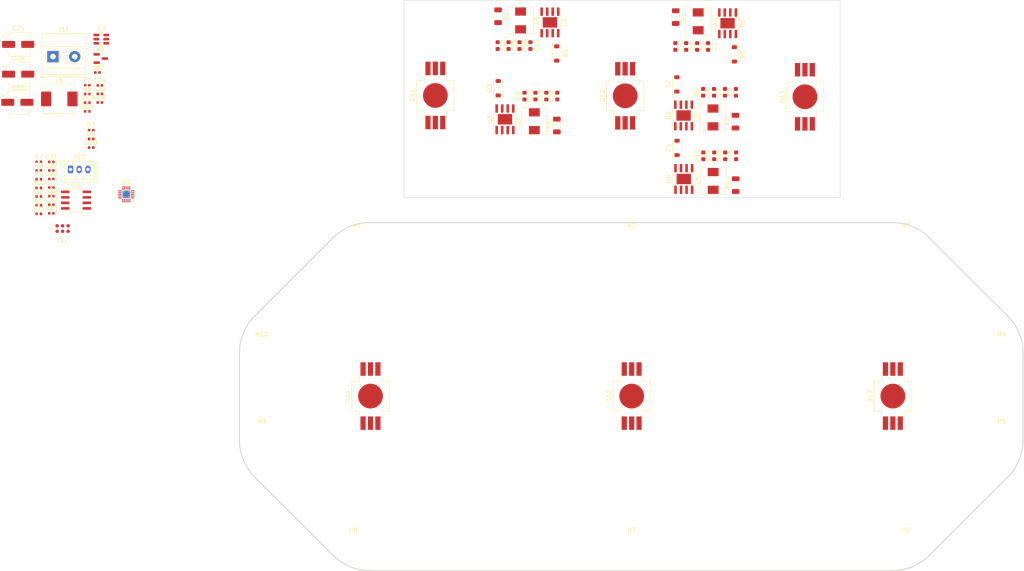
<source format=kicad_pcb>
(kicad_pcb (version 20221018) (generator pcbnew)
  (layers (0 "F.Cu" signal) (31 "B.Cu" signal) (34 "B.Paste" user) (35 "F.Paste" user) (36 "B.SilkS" user "B.Silkscreen") (37 "F.SilkS" user "F.Silkscreen") (38 "B.Mask" user) (39 "F.Mask" user) (44 "Edge.Cuts" user))
  (net 0 "")
  (net 1 "Net-(U1-COMP)")
  (net 2 "GND")
  (net 3 "Net-(U1-VDD)")
  (net 4 "VCC")
  (net 5 "Net-(U2-COMP)")
  (net 6 "Net-(U2-VDD)")
  (net 7 "Net-(U3-COMP)")
  (net 8 "Net-(U3-VDD)")
  (net 9 "Net-(U4-COMP)")
  (net 10 "Net-(U4-VDD)")
  (net 11 "Net-(U5-COMP)")
  (net 12 "Net-(U5-VDD)")
  (net 13 "Net-(IC1-PA1{slash}OSCI)")
  (net 14 "Net-(IC1-PA2{slash}OSCO)")
  (net 15 "+5V")
  (net 16 "Net-(D6-K)")
  (net 17 "Net-(IC2-CB)")
  (net 18 "Net-(IC2-SW)")
  (net 19 "Voltage")
  (net 20 "Temp")
  (net 21 "Net-(D1-A)")
  (net 22 "Net-(D2-A)")
  (net 23 "Net-(D3-A)")
  (net 24 "Net-(D4-A)")
  (net 25 "Net-(D5-A)")
  (net 26 "Net-(D6-A)")
  (net 27 "Net-(D7-A)")
  (net 28 "StateLed1")
  (net 29 "Net-(D9-A)")
  (net 30 "StateLed0")
  (net 31 "Net-(D10-A)")
  (net 32 "Net-(J11-Pin_1)")
  (net 33 "Net-(Q1-D)")
  (net 34 "NRST")
  (net 36 "B")
  (net 37 "U2_DE")
  (net 38 "U2_RE")
  (net 39 "R")
  (net 40 "G")
  (net 41 "SWD")
  (net 42 "W")
  (net 43 "WW")
  (net 44 "U2_DI")
  (net 45 "U2_RO")
  (net 46 "Net-(IC2-FB)")
  (net 49 "RA")
  (net 50 "RB")
  (net 74 "R-")
  (net 75 "G-")
  (net 76 "B-")
  (net 77 "W-")
  (net 78 "A-")
  (net 79 "R+")
  (net 80 "G+")
  (net 81 "B+")
  (net 82 "W+")
  (net 83 "A+")
  (footprint "LED_SMD:LED_0402_1005Metric" (layer "F.Cu") (at 38.835 51.46)
    (fp_text reference "D10" (at 0 -1.17) (layer "F.SilkS"))
    (fp_text value "LED")
    (pad "1" smd roundrect (at -0.485 0) (size 0.59 0.64) (layers "F.Cu" "F.Paste" "F.Mask") (net 30 "StateLed0"))
    (pad "2" smd roundrect (at 0.485 0) (size 0.59 0.64) (layers "F.Cu" "F.Paste" "F.Mask") (net 31 "Net-(D10-A)"))
  )
  (footprint "Capacitor_SMD:C_0402_1005Metric" (layer "F.Cu") (at 40.832 41.0925)
    (fp_text reference "C28" (at 0 -1.16) (layer "F.SilkS"))
    (fp_text value "100n")
    (pad "1" smd roundrect (at -0.48 0) (size 0.56 0.62) (layers "F.Cu" "F.Paste" "F.Mask") (net 15 "+5V"))
    (pad "2" smd roundrect (at 0.48 0) (size 0.56 0.62) (layers "F.Cu" "F.Paste" "F.Mask") (net 2 "GND"))
  )
  (footprint "Capacitor_SMD:C_0603_1608Metric" (layer "F.Cu") (at 184.425 38.75 90)
    (fp_text reference "C7" (at 0 -1.43 90) (layer "F.SilkS"))
    (fp_text value "4u7")
    (pad "1" smd roundrect (at -0.775 0 90) (size 0.9 0.95) (layers "F.Cu" "F.Paste" "F.Mask") (net 4 "VCC"))
    (pad "2" smd roundrect (at 0.775 0 90) (size 0.9 0.95) (layers "F.Cu" "F.Paste" "F.Mask") (net 2 "GND"))
  )
  (footprint "Capacitor_SMD:C_0603_1608Metric" (layer "F.Cu") (at 184.475 53.35 90)
    (fp_text reference "C15" (at 0 -1.43 90) (layer "F.SilkS"))
    (fp_text value "4u7")
    (pad "1" smd roundrect (at -0.775 0 90) (size 0.9 0.95) (layers "F.Cu" "F.Paste" "F.Mask") (net 4 "VCC"))
    (pad "2" smd roundrect (at 0.775 0 90) (size 0.9 0.95) (layers "F.Cu" "F.Paste" "F.Mask") (net 2 "GND"))
  )
  (footprint "Diode_SMD:D_SOD-123" (layer "F.Cu") (at 132.345 37.81 90)
    (fp_text reference "D3" (at 0 -2 90) (layer "F.SilkS"))
    (fp_text value "40V 1A Schottky")
    (pad "1" smd roundrect (at -1.65 0 90) (size 0.9 1.2) (layers "F.Cu" "F.Paste" "F.Mask") (net 4 "VCC"))
    (pad "2" smd roundrect (at 1.65 0 90) (size 0.9 1.2) (layers "F.Cu" "F.Paste" "F.Mask") (net 23 "Net-(D3-A)"))
  )
  (footprint "LED_SMD:LED_RGB_Getian_GT-P6PRGB4303" (layer "F.Cu") (at 163 108.6 90)
    (fp_text reference "D12" (at 0 -5.2 90) (layer "F.SilkS"))
    (fp_text value "LED_RGB")
    (pad "1" smd rect (at -6.22 -1.7 90) (size 3.1 1.2) (layers "F.Cu" "F.Paste" "F.Mask"))
    (pad "2" smd rect (at -6.22 0 90) (size 3.1 1.2) (layers "F.Cu" "F.Paste" "F.Mask"))
    (pad "3" smd rect (at -6.22 1.7 90) (size 3.1 1.2) (layers "F.Cu" "F.Paste" "F.Mask"))
    (pad "4" smd rect (at 6.22 1.7 270) (size 3.1 1.2) (layers "F.Cu" "F.Paste" "F.Mask"))
    (pad "5" smd rect (at 6.22 0 270) (size 3.1 1.2) (layers "F.Cu" "F.Paste" "F.Mask"))
    (pad "6" smd rect (at 6.22 -1.7 270) (size 3.1 1.2) (layers "F.Cu" "F.Paste" "F.Mask"))
    (pad "PAD" smd circle (at 0 0 90) (size 5.7 5.7) (layers "F.Cu" "F.Paste" "F.Mask"))
  )
  (footprint "Diode_SMD:D_SOD-123" (layer "F.Cu") (at 186.575 30.025 -90)
    (fp_text reference "D1" (at 0 -2 90) (layer "F.SilkS"))
    (fp_text value "40V 1A Schottky")
    (pad "1" smd roundrect (at -1.65 0 270) (size 0.9 1.2) (layers "F.Cu" "F.Paste" "F.Mask") (net 4 "VCC"))
    (pad "2" smd roundrect (at 1.65 0 270) (size 0.9 1.2) (layers "F.Cu" "F.Paste" "F.Mask") (net 21 "Net-(D1-A)"))
  )
  (footprint "Capacitor_SMD:C_0603_1608Metric" (layer "F.Cu") (at 173.015 28.21 -90)
    (fp_text reference "C4" (at 0 -1.43 90) (layer "F.SilkS"))
    (fp_text value "1u")
    (pad "1" smd roundrect (at -0.775 0 270) (size 0.9 0.95) (layers "F.Cu" "F.Paste" "F.Mask") (net 74 "R-"))
    (pad "2" smd roundrect (at 0.775 0 270) (size 0.9 0.95) (layers "F.Cu" "F.Paste" "F.Mask") (net 4 "VCC"))
  )
  (footprint "Capacitor_SMD:C_0402_1005Metric" (layer "F.Cu") (at 29.69 54.75)
    (fp_text reference "C21" (at 0 -1.16) (layer "F.SilkS"))
    (fp_text value "C")
    (pad "1" smd roundrect (at -0.48 0) (size 0.56 0.62) (layers "F.Cu" "F.Paste" "F.Mask") (net 13 "Net-(IC1-PA1{slash}OSCI)"))
    (pad "2" smd roundrect (at 0.48 0) (size 0.56 0.62) (layers "F.Cu" "F.Paste" "F.Mask") (net 2 "GND"))
  )
  (footprint "Capacitor_SMD:C_0603_1608Metric" (layer "F.Cu") (at 145.905 39.624999 90)
    (fp_text reference "C12" (at 0 -1.43 90) (layer "F.SilkS"))
    (fp_text value "1u")
    (pad "1" smd roundrect (at -0.775 0 90) (size 0.9 0.95) (layers "F.Cu" "F.Paste" "F.Mask") (net 76 "B-"))
    (pad "2" smd roundrect (at 0.775 0 90) (size 0.9 0.95) (layers "F.Cu" "F.Paste" "F.Mask") (net 4 "VCC"))
  )
  (footprint "MountingHole:MountingHole_3.2mm_M3" (layer "F.Cu") (at 163 143.6)
    (fp_text reference "H7" (at 0 -4.2) (layer "F.SilkS"))
    (fp_text value "MountingHole")
    (pad "" np_thru_hole circle (at 0 0) (size 3.2 3.2) (drill 3.2) (layers "*.Cu" "*.Mask"))
  )
  (footprint "Capacitor_SMD:C_0402_1005Metric" (layer "F.Cu") (at 29.69 62.63)
    (fp_text reference "C30" (at 0 -1.16) (layer "F.SilkS"))
    (fp_text value "100n")
    (pad "1" smd roundrect (at -0.48 0) (size 0.56 0.62) (layers "F.Cu" "F.Paste" "F.Mask") (net 20 "Temp"))
    (pad "2" smd roundrect (at 0.48 0) (size 0.56 0.62) (layers "F.Cu" "F.Paste" "F.Mask") (net 2 "GND"))
  )
  (footprint "Inductor_SMD:L_Chilisin_BMRA00050520" (layer "F.Cu") (at 137.480001 22.23 -90)
    (fp_text reference "L5" (at 0 -3.7 90) (layer "F.SilkS"))
    (fp_text value "10u")
    (pad "1" smd rect (at -2.05 0 270) (size 1.9 2.5) (layers "F.Cu" "F.Paste" "F.Mask") (net 25 "Net-(D5-A)"))
    (pad "2" smd rect (at 2.05 0 270) (size 1.9 2.5) (layers "F.Cu" "F.Paste" "F.Mask") (net 78 "A-"))
  )
  (footprint "LED_SMD:LED_RGB_Getian_GT-P6PRGB4303" (layer "F.Cu") (at 117.9 39.48 90)
    (fp_text reference "D11" (at 0 -5.2 90) (layer "F.SilkS"))
    (fp_text value "LED_RGB")
    (pad "1" smd rect (at -6.22 -1.7 90) (size 3.1 1.2) (layers "F.Cu" "F.Paste" "F.Mask"))
    (pad "2" smd rect (at -6.22 0 90) (size 3.1 1.2) (layers "F.Cu" "F.Paste" "F.Mask"))
    (pad "3" smd rect (at -6.22 1.7 90) (size 3.1 1.2) (layers "F.Cu" "F.Paste" "F.Mask"))
    (pad "4" smd rect (at 6.22 1.7 270) (size 3.1 1.2) (layers "F.Cu" "F.Paste" "F.Mask"))
    (pad "5" smd rect (at 6.22 0 270) (size 3.1 1.2) (layers "F.Cu" "F.Paste" "F.Mask"))
    (pad "6" smd rect (at 6.22 -1.7 270) (size 3.1 1.2) (layers "F.Cu" "F.Paste" "F.Mask"))
    (pad "PAD" smd circle (at 0 0 90) (size 5.7 5.7) (layers "F.Cu" "F.Paste" "F.Mask"))
  )
  (footprint "Resistor_SMD:R_1206_3216Metric" (layer "F.Cu") (at 173.114999 21.46 -90)
    (fp_text reference "R1" (at 0 -1.82 90) (layer "F.SilkS"))
    (fp_text value "0R68")
    (pad "1" smd roundrect (at -1.4625 0 270) (size 1.125 1.75) (layers "F.Cu" "F.Paste" "F.Mask") (roundrect_rratio 0.222222) (net 4 "VCC"))
    (pad "2" smd roundrect (at 1.4625 0 270) (size 1.125 1.75) (layers "F.Cu" "F.Paste" "F.Mask") (roundrect_rratio 0.222222) (net 79 "R+"))
  )
  (footprint "Inductor_SMD:L_Chilisin_BMRA00050520" (layer "F.Cu") (at 178.280001 22.43 -90)
    (fp_text reference "L1" (at 0 -3.7 90) (layer "F.SilkS"))
    (fp_text value "10u")
    (pad "1" smd rect (at -2.05 0 270) (size 1.9 2.5) (layers "F.Cu" "F.Paste" "F.Mask") (net 21 "Net-(D1-A)"))
    (pad "2" smd rect (at 2.05 0 270) (size 1.9 2.5) (layers "F.Cu" "F.Paste" "F.Mask") (net 74 "R-"))
  )
  (footprint "Resistor_SMD:R_0402_1005Metric" (layer "F.Cu") (at 26.8 60.73)
    (fp_text reference "R10" (at 0 -1.17) (layer "F.SilkS"))
    (fp_text value "1k")
    (pad "1" smd roundrect (at -0.51 0) (size 0.54 0.64) (layers "F.Cu" "F.Paste" "F.Mask") (net 15 "+5V"))
    (pad "2" smd roundrect (at 0.51 0) (size 0.54 0.64) (layers "F.Cu" "F.Paste" "F.Mask") (net 29 "Net-(D9-A)"))
  )
  (footprint "Resistor_SMD:R_0402_1005Metric" (layer "F.Cu") (at 26.8 62.72)
    (fp_text reference "R11" (at 0 -1.17) (layer "F.SilkS"))
    (fp_text value "100k")
    (pad "1" smd roundrect (at -0.51 0) (size 0.54 0.64) (layers "F.Cu" "F.Paste" "F.Mask") (net 15 "+5V"))
    (pad "2" smd roundrect (at 0.51 0) (size 0.54 0.64) (layers "F.Cu" "F.Paste" "F.Mask") (net 20 "Temp"))
  )
  (footprint "Inductor_SMD:L_Abracon_ASPI-0630LR" (layer "F.Cu") (at 31.512 40.2725)
    (fp_text reference "L6" (at 0 -4.25) (layer "F.SilkS"))
    (fp_text value "4.7u")
    (pad "1" smd roundrect (at -3.025 0) (size 2.35 3.4) (layers "F.Cu" "F.Paste" "F.Mask") (roundrect_rratio 0.1) (net 18 "Net-(IC2-SW)"))
    (pad "2" smd roundrect (at 3.025 0) (size 2.35 3.4) (layers "F.Cu" "F.Paste" "F.Mask") (roundrect_rratio 0.1) (net 15 "+5V"))
  )
  (footprint "MountingHole:MountingHole_3.2mm_M3" (layer "F.Cu") (at 78 118.6)
    (fp_text reference "H9" (at 0 -4.2) (layer "F.SilkS"))
    (fp_text value "MountingHole")
    (pad "" np_thru_hole circle (at 0 0) (size 3.2 3.2) (drill 3.2) (layers "*.Cu" "*.Mask"))
  )
  (footprint "Diode_SMD:D_0402_1005Metric" (layer "F.Cu") (at 40.277 34.2025)
    (fp_text reference "D6" (at 0 -1.17) (layer "F.SilkS"))
    (fp_text value "15V")
    (pad "1" smd roundrect (at -0.485 0) (size 0.59 0.64) (layers "F.Cu" "F.Paste" "F.Mask") (net 16 "Net-(D6-K)"))
    (pad "2" smd roundrect (at 0.485 0) (size 0.59 0.64) (layers "F.Cu" "F.Paste" "F.Mask") (net 26 "Net-(D6-A)"))
  )
  (footprint "Capacitor_SMD:C_0603_1608Metric" (layer "F.Cu") (at 181.915 38.75 90)
    (fp_text reference "C6" (at 0 -1.43 90) (layer "F.SilkS"))
    (fp_text value "1u")
    (pad "1" smd roundrect (at -0.775 0 90) (size 0.9 0.95) (layers "F.Cu" "F.Paste" "F.Mask") (net 6 "Net-(U2-VDD)"))
    (pad "2" smd roundrect (at 0.775 0 90) (size 0.9 0.95) (layers "F.Cu" "F.Paste" "F.Mask") (net 2 "GND"))
  )
  (footprint "TerminalBlock_Phoenix:TerminalBlock_Phoenix_MKDS-1,5-2_1x02_P5.00mm_Horizontal" (layer "F.Cu") (at 30.062 30.5425)
    (fp_text reference "J11" (at 2.5 -6.26) (layer "F.SilkS"))
    (fp_text value "Conn_01x02_Pin")
    (pad "1" thru_hole rect (at 0 0) (size 2.6 2.6) (drill 1.3) (layers "*.Cu" "*.Mask") (net 32 "Net-(J11-Pin_1)"))
    (pad "2" thru_hole circle (at 5 0) (size 2.6 2.6) (drill 1.3) (layers "*.Cu" "*.Mask") (net 2 "GND"))
  )
  (footprint "Capacitor_SMD:C_0603_1608Metric" (layer "F.Cu") (at 132.215 28.01 -90)
    (fp_text reference "C20" (at 0 -1.43 90) (layer "F.SilkS"))
    (fp_text value "1u")
    (pad "1" smd roundrect (at -0.775 0 270) (size 0.9 0.95) (layers "F.Cu" "F.Paste" "F.Mask") (net 78 "A-"))
    (pad "2" smd roundrect (at 0.775 0 270) (size 0.9 0.95) (layers "F.Cu" "F.Paste" "F.Mask") (net 4 "VCC"))
  )
  (footprint "Capacitor_SMD:C_0603_1608Metric" (layer "F.Cu") (at 143.395 39.625 90)
    (fp_text reference "C11" (at 0 -1.43 90) (layer "F.SilkS"))
    (fp_text value "4u7")
    (pad "1" smd roundrect (at -0.775 0 90) (size 0.9 0.95) (layers "F.Cu" "F.Paste" "F.Mask") (net 4 "VCC"))
    (pad "2" smd roundrect (at 0.775 0 90) (size 0.9 0.95) (layers "F.Cu" "F.Paste" "F.Mask") (net 2 "GND"))
  )
  (footprint "MountingHole:MountingHole_3.2mm_M3" (layer "F.Cu") (at 226 73.6)
    (fp_text reference "H3" (at 0 -4.2) (layer "F.SilkS"))
    (fp_text value "MountingHole")
    (pad "" np_thru_hole circle (at 0 0) (size 3.2 3.2) (drill 3.2) (layers "*.Cu" "*.Mask"))
  )
  (footprint "LED_SMD:LED_RGB_Getian_GT-P6PRGB4303" (layer "F.Cu") (at 161.5 39.56 90)
    (fp_text reference "D12" (at 0 -5.2 90) (layer "F.SilkS"))
    (fp_text value "LED_RGB")
    (pad "1" smd rect (at -6.22 -1.7 90) (size 3.1 1.2) (layers "F.Cu" "F.Paste" "F.Mask"))
    (pad "2" smd rect (at -6.22 0 90) (size 3.1 1.2) (layers "F.Cu" "F.Paste" "F.Mask"))
    (pad "3" smd rect (at -6.22 1.7 90) (size 3.1 1.2) (layers "F.Cu" "F.Paste" "F.Mask"))
    (pad "4" smd rect (at 6.22 1.7 270) (size 3.1 1.2) (layers "F.Cu" "F.Paste" "F.Mask"))
    (pad "5" smd rect (at 6.22 0 270) (size 3.1 1.2) (layers "F.Cu" "F.Paste" "F.Mask"))
    (pad "6" smd rect (at 6.22 -1.7 270) (size 3.1 1.2) (layers "F.Cu" "F.Paste" "F.Mask"))
    (pad "PAD" smd circle (at 0 0 90) (size 5.7 5.7) (layers "F.Cu" "F.Paste" "F.Mask"))
  )
  (footprint "Package_SO:SOIC-8-1EP_3.9x4.9mm_P1.27mm_EP2.41x3.3mm" (layer "F.Cu") (at 133.895 44.955 90)
    (fp_text reference "U3" (at 0 -3.4 90) (layer "F.SilkS"))
    (fp_text value "BP1808")
    (pad "1" smd roundrect (at -2.475 -1.905 90) (size 1.95 0.6) (layers "F.Cu" "F.Paste" "F.Mask"))
    (pad "2" smd roundrect (at -2.475 -0.635 90) (size 1.95 0.6) (layers "F.Cu" "F.Paste" "F.Mask") (net 7 "Net-(U3-COMP)"))
    (pad "3" smd roundrect (at -2.475 0.635 90) (size 1.95 0.6) (layers "F.Cu" "F.Paste" "F.Mask") (net 36 "B"))
    (pad "4" smd roundrect (at -2.475 1.905 90) (size 1.95 0.6) (layers "F.Cu" "F.Paste" "F.Mask") (net 2 "GND"))
    (pad "5" smd roundrect (at 2.475 1.905 90) (size 1.95 0.6) (layers "F.Cu" "F.Paste" "F.Mask") (net 23 "Net-(D3-A)"))
    (pad "6" smd roundrect (at 2.475 0.635 90) (size 1.95 0.6) (layers "F.Cu" "F.Paste" "F.Mask") (net 8 "Net-(U3-VDD)"))
    (pad "7" smd roundrect (at 2.475 -0.635 90) (size 1.95 0.6) (layers "F.Cu" "F.Paste" "F.Mask") (net 4 "VCC"))
    (pad "8" smd roundrect (at 2.475 -1.905 90) (size 1.95 0.6) (layers "F.Cu" "F.Paste" "F.Mask") (net 81 "B+"))
    (pad "9" smd rect (at 0 0 90) (size 2.41 3.3) (layers "F.Cu" "F.Mask"))
  )
  (footprint "Package_TO_SOT_SMD:SOT-23-6" (layer "F.Cu") (at 41.162 26.5325)
    (fp_text reference "IC2" (at 0 -2.4) (layer "F.SilkS"))
    (fp_text value "RY8310")
    (pad "1" smd roundrect (at -1.1375 -0.95) (size 1.325 0.6) (layers "F.Cu" "F.Paste" "F.Mask") (net 17 "Net-(IC2-CB)"))
    (pad "2" smd roundrect (at -1.1375 0) (size 1.325 0.6) (layers "F.Cu" "F.Paste" "F.Mask") (net 2 "GND"))
    (pad "3" smd roundrect (at -1.1375 0.95) (size 1.325 0.6) (layers "F.Cu" "F.Paste" "F.Mask") (net 46 "Net-(IC2-FB)"))
    (pad "4" smd roundrect (at 1.1375 0.95) (size 1.325 0.6) (layers "F.Cu" "F.Paste" "F.Mask") (net 16 "Net-(D6-K)"))
    (pad "5" smd roundrect (at 1.1375 0) (size 1.325 0.6) (layers "F.Cu" "F.Paste" "F.Mask") (net 16 "Net-(D6-K)"))
    (pad "6" smd roundrect (at 1.1375 -0.95) (size 1.325 0.6) (layers "F.Cu" "F.Paste" "F.Mask") (net 18 "Net-(IC2-SW)"))
  )
  (footprint "Resistor_SMD:R_1206_3216Metric" (layer "F.Cu") (at 186.835001 45.5 90)
    (fp_text reference "R2" (at 0 -1.82 90) (layer "F.SilkS"))
    (fp_text value "0R68")
    (pad "1" smd roundrect (at -1.4625 0 90) (size 1.125 1.75) (layers "F.Cu" "F.Paste" "F.Mask") (roundrect_rratio 0.222222) (net 4 "VCC"))
    (pad "2" smd roundrect (at 1.4625 0 90) (size 1.125 1.75) (layers "F.Cu" "F.Paste" "F.Mask") (roundrect_rratio 0.222222) (net 80 "G+"))
  )
  (footprint "Capacitor_SMD:CP_Elec_5x5.4" (layer "F.Cu") (at 22.062 34.5825)
    (fp_text reference "C29" (at 0 -3.7) (layer "F.SilkS"))
    (fp_text value "22u")
    (pad "1" smd roundrect (at -2.2 0) (size 3 1.6) (layers "F.Cu" "F.Paste" "F.Mask") (roundrect_rratio 0.15625) (net 15 "+5V"))
    (pad "2" smd roundrect (at 2.2 0) (size 3 1.6) (layers "F.Cu" "F.Paste" "F.Mask") (roundrect_rratio 0.15625) (net 2 "GND"))
  )
  (footprint "Capacitor_SMD:C_0603_1608Metric" (layer "F.Cu") (at 138.375 39.624999 90)
    (fp_text reference "C9" (at 0 -1.43 90) (layer "F.SilkS"))
    (fp_text value "1n")
    (pad "1" smd roundrect (at -0.775 0 90) (size 0.9 0.95) (layers "F.Cu" "F.Paste" "F.Mask") (net 7 "Net-(U3-COMP)"))
    (pad "2" smd roundrect (at 0.775 0 90) (size 0.9 0.95) (layers "F.Cu" "F.Paste" "F.Mask") (net 2 "GND"))
  )
  (footprint "Resistor_SMD:R_1206_3216Metric" (layer "F.Cu") (at 145.805 46.375 90)
    (fp_text reference "R3" (at 0 -1.82 90) (layer "F.SilkS"))
    (fp_text value "0R68")
    (pad "1" smd roundrect (at -1.4625 0 90) (size 1.125 1.75) (layers "F.Cu" "F.Paste" "F.Mask") (roundrect_rratio 0.222222) (net 4 "VCC"))
    (pad "2" smd roundrect (at 1.4625 0 90) (size 1.125 1.75) (layers "F.Cu" "F.Paste" "F.Mask") (roundrect_rratio 0.222222) (net 81 "B+"))
  )
  (footprint "Resistor_SMD:R_0402_1005Metric" (layer "F.Cu") (at 37.942 41.1425)
    (fp_text reference "R13" (at 0 -1.17) (layer "F.SilkS"))
    (fp_text value "52.50 k")
    (pad "1" smd roundrect (at -0.51 0) (size 0.54 0.64) (layers "F.Cu" "F.Paste" "F.Mask") (net 46 "Net-(IC2-FB)"))
    (pad "2" smd roundrect (at 0.51 0) (size 0.54 0.64) (layers "F.Cu" "F.Paste" "F.Mask") (net 15 "+5V"))
  )
  (footprint "Package_SO:SOIC-8_3.9x4.9mm_P1.27mm" (layer "F.Cu") (at 35.35 63.54)
    (fp_text reference "U6" (at 0 -3.4) (layer "F.SilkS"))
    (fp_text value "MAX485E")
    (pad "1" smd roundrect (at -2.475 -1.905) (size 1.95 0.6) (layers "F.Cu" "F.Paste" "F.Mask") (net 45 "U2_RO"))
    (pad "2" smd roundrect (at -2.475 -0.635) (size 1.95 0.6) (layers "F.Cu" "F.Paste" "F.Mask") (net 38 "U2_RE"))
    (pad "3" smd roundrect (at -2.475 0.635) (size 1.95 0.6) (layers "F.Cu" "F.Paste" "F.Mask") (net 37 "U2_DE"))
    (pad "4" smd roundrect (at -2.475 1.905) (size 1.95 0.6) (layers "F.Cu" "F.Paste" "F.Mask") (net 44 "U2_DI"))
    (pad "5" smd roundrect (at 2.475 1.905) (size 1.95 0.6) (layers "F.Cu" "F.Paste" "F.Mask") (net 2 "GND"))
    (pad "6" smd roundrect (at 2.475 0.635) (size 1.95 0.6) (layers "F.Cu" "F.Paste" "F.Mask") (net 49 "RA"))
    (pad "7" smd roundrect (at 2.475 -0.635) (size 1.95 0.6) (layers "F.Cu" "F.Paste" "F.Mask") (net 50 "RB"))
    (pad "8" smd roundrect (at 2.475 -1.905) (size 1.95 0.6) (layers "F.Cu" "F.Paste" "F.Mask") (net 15 "+5V"))
  )
  (footprint "MountingHole:MountingHole_3.2mm_M3" (layer "F.Cu") (at 163 73.6)
    (fp_text reference "H2" (at 0 -4.2) (layer "F.SilkS"))
    (fp_text value "MountingHole")
    (pad "" np_thru_hole circle (at 0 0) (size 3.2 3.2) (drill 3.2) (layers "*.Cu" "*.Mask"))
  )
  (footprint "Package_SO:SOIC-8-1EP_3.9x4.9mm_P1.27mm_EP2.41x3.3mm" (layer "F.Cu") (at 174.975 58.68 90)
    (fp_text reference "U4" (at 0 -3.4 90) (layer "F.SilkS"))
    (fp_text value "BP1808")
    (pad "1" smd roundrect (at -2.475 -1.905 90) (size 1.95 0.6) (layers "F.Cu" "F.Paste" "F.Mask"))
    (pad "2" smd roundrect (at -2.475 -0.635 90) (size 1.95 0.6) (layers "F.Cu" "F.Paste" "F.Mask") (net 9 "Net-(U4-COMP)"))
    (pad "3" smd roundrect (at -2.475 0.635 90) (size 1.95 0.6) (layers "F.Cu" "F.Paste" "F.Mask") (net 42 "W"))
    (pad "4" smd roundrect (at -2.475 1.905 90) (size 1.95 0.6) (layers "F.Cu" "F.Paste" "F.Mask") (net 2 "GND"))
    (pad "5" smd roundrect (at 2.475 1.905 90) (size 1.95 0.6) (layers "F.Cu" "F.Paste" "F.Mask") (net 24 "Net-(D4-A)"))
    (pad "6" smd roundrect (at 2.475 0.635 90) (size 1.95 0.6) (layers "F.Cu" "F.Paste" "F.Mask") (net 10 "Net-(U4-VDD)"))
    (pad "7" smd roundrect (at 2.475 -0.635 90) (size 1.95 0.6) (layers "F.Cu" "F.Paste" "F.Mask") (net 4 "VCC"))
    (pad "8" smd roundrect (at 2.475 -1.905 90) (size 1.95 0.6) (layers "F.Cu" "F.Paste" "F.Mask") (net 82 "W+"))
    (pad "9" smd rect (at 0 0 90) (size 2.41 3.3) (layers "F.Cu" "F.Mask"))
  )
  (footprint "Resistor_SMD:R_0402_1005Metric" (layer "F.Cu") (at 26.8 64.71)
    (fp_text reference "R12" (at 0 -1.17) (layer "F.SilkS"))
    (fp_text value "1k")
    (pad "1" smd roundrect (at -0.51 0) (size 0.54 0.64) (layers "F.Cu" "F.Paste" "F.Mask") (net 15 "+5V"))
    (pad "2" smd roundrect (at 0.51 0) (size 0.54 0.64) (layers "F.Cu" "F.Paste" "F.Mask") (net 31 "Net-(D10-A)"))
  )
  (footprint "MountingHole:MountingHole_3.2mm_M3" (layer "F.Cu") (at 100 73.6)
    (fp_text reference "H1" (at 0 -4.2) (layer "F.SilkS"))
    (fp_text value "MountingHole")
    (pad "" np_thru_hole circle (at 0 0) (size 3.2 3.2) (drill 3.2) (layers "*.Cu" "*.Mask"))
  )
  (footprint "Resistor_SMD:R_0402_1005Metric" (layer "F.Cu") (at 37.942 39.1525)
    (fp_text reference "R6" (at 0 -1.17) (layer "F.SilkS"))
    (fp_text value "100k")
    (pad "1" smd roundrect (at -0.51 0) (size 0.54 0.64) (layers "F.Cu" "F.Paste" "F.Mask") (net 26 "Net-(D6-A)"))
    (pad "2" smd roundrect (at 0.51 0) (size 0.54 0.64) (layers "F.Cu" "F.Paste" "F.Mask") (net 2 "GND"))
  )
  (footprint "Capacitor_SMD:C_0603_1608Metric" (layer "F.Cu") (at 179.405 38.75 90)
    (fp_text reference "C5" (at 0 -1.43 90) (layer "F.SilkS"))
    (fp_text value "1n")
    (pad "1" smd roundrect (at -0.775 0 90) (size 0.9 0.95) (layers "F.Cu" "F.Paste" "F.Mask") (net 5 "Net-(U2-COMP)"))
    (pad "2" smd roundrect (at 0.775 0 90) (size 0.9 0.95) (layers "F.Cu" "F.Paste" "F.Mask") (net 2 "GND"))
  )
  (footprint "Capacitor_SMD:C_0603_1608Metric" (layer "F.Cu") (at 140.885 39.625 90)
    (fp_text reference "C10" (at 0 -1.43 90) (layer "F.SilkS"))
    (fp_text value "1u")
    (pad "1" smd roundrect (at -0.775 0 90) (size 0.9 0.95) (layers "F.Cu" "F.Paste" "F.Mask") (net 8 "Net-(U3-VDD)"))
    (pad "2" smd roundrect (at 0.775 0 90) (size 0.9 0.95) (layers "F.Cu" "F.Paste" "F.Mask") (net 2 "GND"))
  )
  (footprint "MountingHole:MountingHole_3.2mm_M3" (layer "F.Cu") (at 248 98.6)
    (fp_text reference "H4" (at 0 -4.2) (layer "F.SilkS"))
    (fp_text value "MountingHole")
    (pad "" np_thru_hole circle (at 0 0) (size 3.2 3.2) (drill 3.2) (layers "*.Cu" "*.Mask"))
  )
  (footprint "Package_TO_SOT_SMD:SOT-23" (layer "F.Cu") (at 41.032 30.9825)
    (fp_text reference "Q1" (at 0 -2.4) (layer "F.SilkS"))
    (fp_text value "AO3401A")
    (pad "1" smd roundrect (at -0.9375 -0.95) (size 1.475 0.6) (layers "F.Cu" "F.Paste" "F.Mask") (net 26 "Net-(D6-A)"))
    (pad "2" smd roundrect (at -0.9375 0.95) (size 1.475 0.6) (layers "F.Cu" "F.Paste" "F.Mask") (net 16 "Net-(D6-K)"))
    (pad "3" smd roundrect (at 0.9375 0) (size 1.475 0.6) (layers "F.Cu" "F.Paste" "F.Mask") (net 33 "Net-(Q1-D)"))
  )
  (footprint "LED_SMD:LED_RGB_Getian_GT-P6PRGB4303" (layer "F.Cu") (at 223 108.6 90)
    (fp_text reference "D13" (at 0 -5.2 90) (layer "F.SilkS"))
    (fp_text value "LED_RGB")
    (pad "1" smd rect (at -6.22 -1.7 90) (size 3.1 1.2) (layers "F.Cu" "F.Paste" "F.Mask"))
    (pad "2" smd rect (at -6.22 0 90) (size 3.1 1.2) (layers "F.Cu" "F.Paste" "F.Mask"))
    (pad "3" smd rect (at -6.22 1.7 90) (size 3.1 1.2) (layers "F.Cu" "F.Paste" "F.Mask"))
    (pad "4" smd rect (at 6.22 1.7 270) (size 3.1 1.2) (layers "F.Cu" "F.Paste" "F.Mask"))
    (pad "5" smd rect (at 6.22 0 270) (size 3.1 1.2) (layers "F.Cu" "F.Paste" "F.Mask"))
    (pad "6" smd rect (at 6.22 -1.7 270) (size 3.1 1.2) (layers "F.Cu" "F.Paste" "F.Mask"))
    (pad "PAD" smd circle (at 0 0 90) (size 5.7 5.7) (layers "F.Cu" "F.Paste" "F.Mask"))
  )
  (footprint "Package_SO:SOIC-8-1EP_3.9x4.9mm_P1.27mm_EP2.41x3.3mm" (layer "F.Cu") (at 144.225 22.68 -90)
    (fp_text reference "U5" (at 0 -3.4 90) (layer "F.SilkS"))
    (fp_text value "BP1808")
    (pad "1" smd roundrect (at -2.475 -1.905 270) (size 1.95 0.6) (layers "F.Cu" "F.Paste" "F.Mask"))
    (pad "2" smd roundrect (at -2.475 -0.635 270) (size 1.95 0.6) (layers "F.Cu" "F.Paste" "F.Mask") (net 11 "Net-(U5-COMP)"))
    (pad "3" smd roundrect (at -2.475 0.635 270) (size 1.95 0.6) (layers "F.Cu" "F.Paste" "F.Mask") (net 43 "WW"))
    (pad "4" smd roundrect (at -2.475 1.905 270) (size 1.95 0.6) (layers "F.Cu" "F.Paste" "F.Mask") (net 2 "GND"))
    (pad "5" smd roundrect (at 2.475 1.905 270) (size 1.95 0.6) (layers "F.Cu" "F.Paste" "F.Mask") (net 25 "Net-(D5-A)"))
    (pad "6" smd roundrect (at 2.475 0.635 270) (size 1.95 0.6) (layers "F.Cu" "F.Paste" "F.Mask") (net 12 "Net-(U5-VDD)"))
    (pad "7" smd roundrect (at 2.475 -0.635 270) (size 1.95 0.6) (layers "F.Cu" "F.Paste" "F.Mask") (net 4 "VCC"))
    (pad "8" smd roundrect (at 2.475 -1.905 270) (size 1.95 0.6) (layers "F.Cu" "F.Paste" "F.Mask") (net 83 "A+"))
    (pad "9" smd rect (at 0 0 270) (size 2.41 3.3) (layers "F.Cu" "F.Mask"))
  )
  (footprint "Capacitor_SMD:C_0603_1608Metric" (layer "F.Cu") (at 139.745 28.01 -90)
    (fp_text reference "C17" (at 0 -1.43 90) (layer "F.SilkS"))
    (fp_text value "1n")
    (pad "1" smd roundrect (at -0.775 0 270) (size 0.9 0.95) (layers "F.Cu" "F.Paste" "F.Mask") (net 11 "Net-(U5-COMP)"))
    (pad "2" smd roundrect (at 0.775 0 270) (size 0.9 0.95) (layers "F.Cu" "F.Paste" "F.Mask") (net 2 "GND"))
  )
  (footprint "LED_SMD:LED_RGB_Getian_GT-P6PRGB4303" (layer "F.Cu") (at 202.8 39.78 90)
    (fp_text reference "D13" (at 0 -5.2 90) (layer "F.SilkS"))
    (fp_text value "LED_RGB")
    (pad "1" smd rect (at -6.22 -1.7 90) (size 3.1 1.2) (layers "F.Cu" "F.Paste" "F.Mask"))
    (pad "2" smd rect (at -6.22 0 90) (size 3.1 1.2) (layers "F.Cu" "F.Paste" "F.Mask"))
    (pad "3" smd rect (at -6.22 1.7 90) (size 3.1 1.2) (layers "F.Cu" "F.Paste" "F.Mask"))
    (pad "4" smd rect (at 6.22 1.7 270) (size 3.1 1.2) (layers "F.Cu" "F.Paste" "F.Mask"))
    (pad "5" smd rect (at 6.22 0 270) (size 3.1 1.2) (layers "F.Cu" "F.Paste" "F.Mask"))
    (pad "6" smd rect (at 6.22 -1.7 270) (size 3.1 1.2) (layers "F.Cu" "F.Paste" "F.Mask"))
    (pad "PAD" smd circle (at 0 0 90) (size 5.7 5.7) (layers "F.Cu" "F.Paste" "F.Mask"))
  )
  (footprint "Capacitor_SMD:C_0402_1005Metric" (layer "F.Cu") (at 29.69 64.6)
    (fp_text reference "C32" (at 0 -1.16) (layer "F.SilkS"))
    (fp_text value "100n")
    (pad "1" smd roundrect (at -0.48 0) (size 0.56 0.62) (layers "F.Cu" "F.Paste" "F.Mask") (net 15 "+5V"))
    (pad "2" smd roundrect (at 0.48 0) (size 0.56 0.62) (layers "F.Cu" "F.Paste" "F.Mask") (net 2 "GND"))
  )
  (footprint "Capacitor_SMD:C_0603_1608Metric" (layer "F.Cu") (at 181.965 53.35 90)
    (fp_text reference "C14" (at 0 -1.43 90) (layer "F.SilkS"))
    (fp_text value "1u")
    (pad "1" smd roundrect (at -0.775 0 90) (size 0.9 0.95) (layers "F.Cu" "F.Paste" "F.Mask") (net 10 "Net-(U4-VDD)"))
    (pad "2" smd roundrect (at 0.775 0 90) (size 0.9 0.95) (layers "F.Cu" "F.Paste" "F.Mask") (net 2 "GND"))
  )
  (footprint "Inductor_SMD:L_Chilisin_BMRA00050520" (layer "F.Cu") (at 181.67 44.53 90)
    (fp_text reference "L2" (at 0 -3.7 90) (layer "F.SilkS"))
    (fp_text value "10u")
    (pad "1" smd rect (at -2.05 0 90) (size 1.9 2.5) (layers "F.Cu" "F.Paste" "F.Mask") (net 22 "Net-(D2-A)"))
    (pad "2" smd rect (at 2.05 0 90) (size 1.9 2.5) (layers "F.Cu" "F.Paste" "F.Mask") (net 75 "G-"))
  )
  (footprint "Capacitor_SMD:C_0603_1608Metric" (layer "F.Cu") (at 186.935 38.75 90)
    (fp_text reference "C8" (at 0 -1.43 90) (layer "F.SilkS"))
    (fp_text value "1u")
    (pad "1" smd roundrect (at -0.775 0 90) (size 0.9 0.95) (layers "F.Cu" "F.Paste" "F.Mask") (net 75 "G-"))
    (pad "2" smd roundrect (at 0.775 0 90) (size 0.9 0.95) (layers "F.Cu" "F.Paste" "F.Mask") (net 4 "VCC"))
  )
  (footprint "Inductor_SMD:L_Chilisin_BMRA00050520" (layer "F.Cu") (at 181.719999 59.13 90)
    (fp_text reference "L4" (at 0 -3.7 90) (layer "F.SilkS"))
    (fp_text value "10u")
    (pad "1" smd rect (at -2.05 0 90) (size 1.9 2.5) (layers "F.Cu" "F.Paste" "F.Mask") (net 24 "Net-(D4-A)"))
    (pad "2" smd rect (at 2.05 0 90) (size 1.9 2.5) (layers "F.Cu" "F.Paste" "F.Mask") (net 77 "W-"))
  )
  (footprint "Resistor_SMD:R_0402_1005Metric" (layer "F.Cu") (at 26.8 56.75)
    (fp_text reference "R8" (at 0 -1.17) (layer "F.SilkS"))
    (fp_text value "270k")
    (pad "1" smd roundrect (at -0.51 0) (size 0.54 0.64) (layers "F.Cu" "F.Paste" "F.Mask") (net 19 "Voltage"))
    (pad "2" smd roundrect (at 0.51 0) (size 0.54 0.64) (layers "F.Cu" "F.Paste" "F.Mask") (net 2 "GND"))
  )
  (footprint "Capacitor_SMD:C_0603_1608Metric" (layer "F.Cu") (at 175.525 28.21 -90)
    (fp_text reference "C3" (at 0 -1.43 90) (layer "F.SilkS"))
    (fp_text value "4u7")
    (pad "1" smd roundrect (at -0.775 0 270) (size 0.9 0.95) (layers "F.Cu" "F.Paste" "F.Mask") (net 4 "VCC"))
    (pad "2" smd roundrect (at 0.775 0 270) (size 0.9 0.95) (layers "F.Cu" "F.Paste" "F.Mask") (net 2 "GND"))
  )
  (footprint "Capacitor_SMD:C_0402_1005Metric" (layer "F.Cu") (at 29.69 56.72)
    (fp_text reference "C22" (at 0 -1.16) (layer "F.SilkS"))
    (fp_text value "C")
    (pad "1" smd roundrect (at -0.48 0) (size 0.56 0.62) (layers "F.Cu" "F.Paste" "F.Mask") (net 14 "Net-(IC1-PA2{slash}OSCO)"))
    (pad "2" smd roundrect (at 0.48 0) (size 0.56 0.62) (layers "F.Cu" "F.Paste" "F.Mask") (net 2 "GND"))
  )
  (footprint "LED_SMD:LED_0402_1005Metric" (layer "F.Cu") (at 38.835 47.48)
    (fp_text reference "D7" (at 0 -1.17) (layer "F.SilkS"))
    (fp_text value "LED")
    (pad "1" smd roundrect (at -0.485 0) (size 0.59 0.64) (layers "F.Cu" "F.Paste" "F.Mask") (net 2 "GND"))
    (pad "2" smd roundrect (at 0.485 0) (size 0.59 0.64) (layers "F.Cu" "F.Paste" "F.Mask") (net 27 "Net-(D7-A)"))
  )
  (footprint "Resistor_SMD:R_0402_1005Metric" (layer "F.Cu") (at 26.8 58.74)
    (fp_text reference "R9" (at 0 -1.17) (layer "F.SilkS"))
    (fp_text value "1k")
    (pad "1" smd roundrect (at -0.51 0) (size 0.54 0.64) (layers "F.Cu" "F.Paste" "F.Mask") (net 15 "+5V"))
    (pad "2" smd roundrect (at 0.51 0) (size 0.54 0.64) (layers "F.Cu" "F.Paste" "F.Mask") (net 27 "Net-(D7-A)"))
  )
  (footprint "Package_DFN_QFN:QFN-20-1EP_3x3mm_P0.4mm_EP1.65x1.65mm_ThermalVias" (layer "F.Cu") (at 46.9 62.2)
    (fp_text reference "IC1" (at 0 -2.82) (layer "F.SilkS"))
    (fp_text value "CH32V003F4U6")
    (pad "1" smd roundrect (at -1.45 -0.8) (size 0.85 0.2) (layers "F.Cu" "F.Paste" "F.Mask") (net 34 "NRST"))
    (pad "2" smd roundrect (at -1.45 -0.4) (size 0.85 0.2) (layers "F.Cu" "F.Paste" "F.Mask"))
    (pad "3" smd roundrect (at -1.45 0) (size 0.85 0.2) (layers "F.Cu" "F.Paste" "F.Mask"))
    (pad "4" smd roundrect (at -1.45 0.4) (size 0.85 0.2) (layers "F.Cu" "F.Paste" "F.Mask") (net 2 "GND"))
    (pad "5" smd roundrect (at -1.45 0.8) (size 0.85 0.2) (layers "F.Cu" "F.Paste" "F.Mask"))
    (pad "6" smd roundrect (at -0.8 1.45) (size 0.2 0.85) (layers "F.Cu" "F.Paste" "F.Mask") (net 15 "+5V"))
    (pad "7" smd roundrect (at -0.4 1.45) (size 0.2 0.85) (layers "F.Cu" "F.Paste" "F.Mask") (net 36 "B"))
    (pad "8" smd roundrect (at 0 1.45) (size 0.2 0.85) (layers "F.Cu" "F.Paste" "F.Mask") (net 30 "StateLed0"))
    (pad "9" smd roundrect (at 0.4 1.45) (size 0.2 0.85) (layers "F.Cu" "F.Paste" "F.Mask") (net 28 "StateLed1"))
    (pad "10" smd roundrect (at 0.8 1.45) (size 0.2 0.85) (layers "F.Cu" "F.Paste" "F.Mask") (net 19 "Voltage"))
    (pad "11" smd roundrect (at 1.45 0.8) (size 0.85 0.2) (layers "F.Cu" "F.Paste" "F.Mask") (net 37 "U2_DE"))
    (pad "12" smd roundrect (at 1.45 0.4) (size 0.85 0.2) (layers "F.Cu" "F.Paste" "F.Mask") (net 38 "U2_RE"))
    (pad "13" smd roundrect (at 1.45 0) (size 0.85 0.2) (layers "F.Cu" "F.Paste" "F.Mask") (net 39 "R"))
    (pad "14" smd roundrect (at 1.45 -0.4) (size 0.85 0.2) (layers "F.Cu" "F.Paste" "F.Mask") (net 40 "G"))
    (pad "15" smd roundrect (at 1.45 -0.8) (size 0.85 0.2) (layers "F.Cu" "F.Paste" "F.Mask") (net 41 "SWD"))
    (pad "16" smd roundrect (at 0.8 -1.45) (size 0.2 0.85) (layers "F.Cu" "F.Paste" "F.Mask") (net 20 "Temp"))
    (pad "17" smd roundrect (at 0.4 -1.45) (size 0.2 0.85) (layers "F.Cu" "F.Paste" "F.Mask") (net 42 "W"))
    (pad "18" smd roundrect (at 0 -1.45) (size 0.2 0.85) (layers "F.Cu" "F.Paste" "F.Mask") (net 43 "WW"))
    (pad "19" smd roundrect (at -0.4 -1.45) (size 0.2 0.85) (layers "F.Cu" "F.Paste" "F.Mask") (net 44 "U2_DI"))
    (pad "20" smd roundrect (at -0.8 -1.45) (size 0.2 0.85) (layers "F.Cu" "F.Paste" "F.Mask") (net 45 "U2_RO"))
    (pad "21" thru_hole circle (at -0.575 -0.575) (size 0.5 0.5) (drill 0.2) (layers "*.Cu") (net 2 "GND"))
    (pad "21" thru_hole circle (at -0.575 0.575) (size 0.5 0.5) (drill 0.2) (layers "*.Cu") (net 2 "GND"))
    (pad "21" smd rect (at 0 0) (size 1.65 1.65) (layers "F.Cu" "F.Mask") (net 2 "GND"))
    (pad "21" smd rect (at 0 0) (size 1.65 1.65) (layers "B.Cu") (net 2 "GND"))
    (pad "21" thru_hole circle (at 0.575 -0.575) (size 0.5 0.5) (drill 0.2) (layers "*.Cu") (net 2 "GND"))
    (pad "21" thru_hole circle (at 0.575 0.575) (size 0.5 0.5) (drill 0.2) (layers "*.Cu") (net 2 "GND"))
  )
  (footprint "Capacitor_SMD:C_0603_1608Metric" (layer "F.Cu") (at 180.545 28.21 -90)
    (fp_text reference "C1" (at 0 -1.43 90) (layer "F.SilkS"))
    (fp_text value "1n")
    (pad "1" smd roundrect (at -0.775 0 270) (size 0.9 0.95) (layers "F.Cu" "F.Paste" "F.Mask") (net 1 "Net-(U1-COMP)"))
    (pad "2" smd roundrect (at 0.775 0 270) (size 0.9 0.95) (layers "F.Cu" "F.Paste" "F.Mask") (net 2 "GND"))
  )
  (footprint "Package_SO:SOIC-8-1EP_3.9x4.9mm_P1.27mm_EP2.41x3.3mm" (layer "F.Cu") (at 185.025 22.88 -90)
    (fp_text reference "U1" (at 0 -3.4 90) (layer "F.SilkS"))
    (fp_text value "BP1808")
    (pad "1" smd roundrect (at -2.475 -1.905 270) (size 1.95 0.6) (layers "F.Cu" "F.Paste" "F.Mask"))
    (pad "2" smd roundrect (at -2.475 -0.635 270) (size 1.95 0.6) (layers "F.Cu" "F.Paste" "F.Mask") (net 1 "Net-(U1-COMP)"))
    (pad "3" smd roundrect (at -2.475 0.635 270) (size 1.95 0.6) (layers "F.Cu" "F.Paste" "F.Mask") (net 39 "R"))
    (pad "4" smd roundrect (at -2.475 1.905 270) (size 1.95 0.6) (layers "F.Cu" "F.Paste" "F.Mask") (net 2 "GND"))
    (pad "5" smd roundrect (at 2.475 1.905 270) (size 1.95 0.6) (layers "F.Cu" "F.Paste" "F.Mask") (net 21 "Net-(D1-A)"))
    (pad "6" smd roundrect (at 2.475 0.635 270) (size 1.95 0.6) (layers "F.Cu" "F.Paste" "F.Mask") (net 3 "Net-(U1-VDD)"))
    (pad "7" smd roundrect (at 2.475 -0.635 270) (size 1.95 0.6) (layers "F.Cu" "F.Paste" "F.Mask") (net 4 "VCC"))
    (pad "8" smd roundrect (at 2.475 -1.905 270) (size 1.95 0.6) (layers "F.Cu" "F.Paste" "F.Mask") (net 79 "R+"))
    (pad "9" smd rect (at 0 0 270) (size 2.41 3.3) (layers "F.Cu" "F.Mask"))
  )
  (footprint "Package_SO:SOIC-8-1EP_3.9x4.9mm_P1.27mm_EP2.41x3.3mm" (layer "F.Cu") (at 174.925 44.08 90)
    (fp_text reference "U2" (at 0 -3.4 90) (layer "F.SilkS"))
    (fp_text value "BP1808")
    (pad "1" smd roundrect (at -2.475 -1.905 90) (size 1.95 0.6) (layers "F.Cu" "F.Paste" "F.Mask"))
    (pad "2" smd roundrect (at -2.475 -0.635 90) (size 1.95 0.6) (layers "F.Cu" "F.Paste" "F.Mask") (net 5 "Net-(U2-COMP)"))
    (pad "3" smd roundrect (at -2.475 0.635 90) (size 1.95 0.6) (layers "F.Cu" "F.Paste" "F.Mask") (net 40 "G"))
    (pad "4" smd roundrect (at -2.475 1.905 90) (size 1.95 0.6) (layers "F.Cu" "F.Paste" "F.Mask") (net 2 "GND"))
    (pad "5" smd roundrect (at 2.475 1.905 90) (size 1.95 0.6) (layers "F.Cu" "F.Paste" "F.Mask") (net 22 "Net-(D2-A)"))
    (pad "6" smd roundrect (at 2.475 0.635 90) (size 1.95 0.6) (layers "F.Cu" "F.Paste" "F.Mask") (net 6 "Net-(U2-VDD)"))
    (pad "7" smd roundrect (at 2.475 -0.635 90) (size 1.95 0.6) (layers "F.Cu" "F.Paste" "F.Mask") (net 4 "VCC"))
    (pad "8" smd roundrect (at 2.475 -1.905 90) (size 1.95 0.6) (layers "F.Cu" "F.Paste" "F.Mask") (net 80 "G+"))
    (pad "9" smd rect (at 0 0 90) (size 2.41 3.3) (layers "F.Cu" "F.Mask"))
  )
  (footprint "Connector:Tag-Connect_TC2030-IDC-NL_2x03_P1.27mm_Vertical" (layer "F.Cu") (at 32.28 70.08)
    (fp_text reference "J12" (at 0 2.7) (layer "F.SilkS"))
    (fp_text value "TagConnect")
    (pad "" np_thru_hole circle (at -2.54 0) (size 0.9906 0.9906) (drill 0.9906) (layers "*.Cu" "*.Mask"))
    (pad "" np_thru_hole circle (at 2.54 -1.016) (size 0.9906 0.9906) (drill 0.9906) (layers "*.Cu" "*.Mask"))
    (pad "" np_thru_hole circle (at 2.54 1.016) (size 0.9906 0.9906) (drill 0.9906) (layers "*.Cu" "*.Mask"))
    (pad "1" connect circle (at -1.27 0.635) (size 0.7874 0.7874) (layers "F.Cu" "F.Mask") (net 15 "+5V"))
    (pad "2" connect circle (at -1.27 -0.635) (size 0.7874 0.7874) (layers "F.Cu" "F.Mask") (net 41 "SWD"))
    (pad "3" connect circle (at 0 0.635) (size 0.7874 0.7874) (layers "F.Cu" "F.Mask") (net 34 "NRST"))
    (pad "4" connect circle (at 0 -0.635) (size 0.7874 0.7874) (layers "F.Cu" "F.Mask"))
    (pad "5" connect circle (at 1.27 0.635) (size 0.7874 0.7874) (layers "F.Cu" "F.Mask") (net 2 "GND"))
    (pad "6" connect circle (at 1.27 -0.635) (size 0.7874 0.7874) (layers "F.Cu" "F.Mask"))
  )
  (footprint "MountingHole:MountingHole_3.2mm_M3" (layer "F.Cu") (at 78 98.6)
    (fp_text reference "H10" (at 0 -4.2) (layer "F.SilkS"))
    (fp_text value "MountingHole")
    (pad "" np_thru_hole circle (at 0 0) (size 3.2 3.2) (drill 3.2) (layers "*.Cu" "*.Mask"))
  )
  (footprint "Resistor_SMD:R_0402_1005Metric" (layer "F.Cu") (at 26.8 66.7)
    (fp_text reference "TH1" (at 0 -1.17) (layer "F.SilkS"))
    (fp_text value "Thermistor_NTC")
    (pad "1" smd roundrect (at -0.51 0) (size 0.54 0.64) (layers "F.Cu" "F.Paste" "F.Mask") (net 20 "Temp"))
    (pad "2" smd roundrect (at 0.51 0) (size 0.54 0.64) (layers "F.Cu" "F.Paste" "F.Mask") (net 2 "GND"))
  )
  (footprint "MountingHole:MountingHole_3.2mm_M3" (layer "F.Cu") (at 248 118.6)
    (fp_text reference "H5" (at 0 -4.2) (layer "F.SilkS"))
    (fp_text value "MountingHole")
    (pad "" np_thru_hole circle (at 0 0) (size 3.2 3.2) (drill 3.2) (layers "*.Cu" "*.Mask"))
  )
  (footprint "Capacitor_SMD:C_0603_1608Metric" (layer "F.Cu") (at 179.455 53.35 90)
    (fp_text reference "C13" (at 0 -1.43 90) (layer "F.SilkS"))
    (fp_text value "1n")
    (pad "1" smd roundrect (at -0.775 0 90) (size 0.9 0.95) (layers "F.Cu" "F.Paste" "F.Mask") (net 9 "Net-(U4-COMP)"))
    (pad "2" smd roundrect (at 0.775 0 90) (size 0.9 0.95) (layers "F.Cu" "F.Paste" "F.Mask") (net 2 "GND"))
  )
  (footprint "Diode_SMD:D_SOD-123" (layer "F.Cu") (at 145.775 29.825 -90)
    (fp_text reference "D5" (at 0 -2 90) (layer "F.SilkS"))
    (fp_text value "40V 1A Schottky")
    (pad "1" smd roundrect (at -1.65 0 270) (size 0.9 1.2) (layers "F.Cu" "F.Paste" "F.Mask") (net 4 "VCC"))
    (pad "2" smd roundrect (at 1.65 0 270) (size 0.9 1.2) (layers "F.Cu" "F.Paste" "F.Mask") (net 25 "Net-(D5-A)"))
  )
  (footprint "LED_SMD:LED_RGB_Getian_GT-P6PRGB4303" (layer "F.Cu") (at 103 108.6 90)
    (fp_text reference "D11" (at 0 -5.2 90) (layer "F.SilkS"))
    (fp_text value "LED_RGB")
    (pad "1" smd rect (at -6.22 -1.7 90) (size 3.1 1.2) (layers "F.Cu" "F.Paste" "F.Mask"))
    (pad "2" smd rect (at -6.22 0 90) (size 3.1 1.2) (layers "F.Cu" "F.Paste" "F.Mask"))
    (pad "3" smd rect (at -6.22 1.7 90) (size 3.1 1.2) (layers "F.Cu" "F.Paste" "F.Mask"))
    (pad "4" smd rect (at 6.22 1.7 270) (size 3.1 1.2) (layers "F.Cu" "F.Paste" "F.Mask"))
    (pad "5" smd rect (at 6.22 0 270) (size 3.1 1.2) (layers "F.Cu" "F.Paste" "F.Mask"))
    (pad "6" smd rect (at 6.22 -1.7 270) (size 3.1 1.2) (layers "F.Cu" "F.Paste" "F.Mask"))
    (pad "PAD" smd circle (at 0 0 90) (size 5.7 5.7) (layers "F.Cu" "F.Paste" "F.Mask"))
  )
  (footprint "Capacitor_SMD:C_0603_1608Metric" (layer "F.Cu") (at 134.725 28.01 -90)
    (fp_text reference "C19" (at 0 -1.43 90) (layer "F.SilkS"))
    (fp_text value "4u7")
    (pad "1" smd roundrect (at -0.775 0 270) (size 0.9 0.95) (layers "F.Cu" "F.Paste" "F.Mask") (net 4 "VCC"))
    (pad "2" smd roundrect (at 0.775 0 270) (size 0.9 0.95) (layers "F.Cu" "F.Paste" "F.Mask") (net 2 "GND"))
  )
  (footprint "MountingHole:MountingHole_3.2mm_M3" (layer "F.Cu") (at 226 143.6)
    (fp_text reference "H6" (at 0 -4.2) (layer "F.SilkS"))
    (fp_text value "MountingHole")
    (pad "" np_thru_hole circle (at 0 0) (size 3.2 3.2) (drill 3.2) (layers "*.Cu" "*.Mask"))
  )
  (footprint "Capacitor_SMD:C_0402_1005Metric" (layer "F.Cu") (at 40.832 39.1225)
    (fp_text reference "C26" (at 0 -1.16) (layer "F.SilkS"))
    (fp_text value "100n")
    (pad "1" smd roundrect (at -0.48 0) (size 0.56 0.62) (layers "F.Cu" "F.Paste" "F.Mask") (net 17 "Net-(IC2-CB)"))
    (pad "2" smd roundrect (at 0.48 0) (size 0.56 0.62) (layers "F.Cu" "F.Paste" "F.Mask") (net 18 "Net-(IC2-SW)"))
  )
  (footprint "LED_SMD:LED_0402_1005Metric" (layer "F.Cu") (at 38.835 49.47)
    (fp_text reference "D9" (at 0 -1.17) (layer "F.SilkS"))
    (fp_text value "LED")
    (pad "1" smd roundrect (at -0.485 0) (size 0.59 0.64) (layers "F.Cu" "F.Paste" "F.Mask") (net 28 "StateLed1"))
    (pad "2" smd roundrect (at 0.485 0) (size 0.59 0.64) (layers "F.Cu" "F.Paste" "F.Mask") (net 29 "Net-(D9-A)"))
  )
  (footprint "Capacitor_SMD:C_0402_1005Metric" (layer "F.Cu") (at 29.69 60.66)
    (fp_text reference "C27" (at 0 -1.16) (layer "F.SilkS"))
    (fp_text value "100n")
    (pad "1" smd roundrect (at -0.48 0) (size 0.56 0.62) (layers "F.Cu" "F.Paste" "F.Mask") (net 19 "Voltage"))
    (pad "2" smd roundrect (at 0.48 0) (size 0.56 0.62) (layers "F.Cu" "F.Paste" "F.Mask") (net 2 "GND"))
  )
  (footprint "Resistor_SMD:R_1206_3216Metric" (layer "F.Cu") (at 186.885001 60.1 90)
    (fp_text reference "R4" (at 0 -1.82 90) (layer "F.SilkS"))
    (fp_text value "0R68")
    (pad "1" smd roundrect (at -1.4625 0 90) (size 1.125 1.75) (layers "F.Cu" "F.Paste" "F.Mask") (roundrect_rratio 0.222222) (net 4 "VCC"))
    (pad "2" smd roundrect (at 1.4625 0 90) (size 1.125 1.75) (layers "F.Cu" "F.Paste" "F.Mask") (roundrect_rratio 0.222222) (net 82 "W+"))
  )
  (footprint "Capacitor_SMD:CP_Elec_5x5.4" (layer "F.Cu") (at 21.87 41.06)
    (fp_text reference "C31" (at 0.192 -3.3275) (layer "F.SilkS"))
    (fp_text value "22u")
    (pad "1" smd roundrect (at -2.2 0) (size 3 1.6) (layers "F.Cu" "F.Paste" "F.Mask") (roundrect_rratio 0.15625) (net 15 "+5V"))
    (pad "2" smd roundrect (at 2.2 0) (size 3 1.6) (layers "F.Cu" "F.Paste" "F.Mask") (roundrect_rratio 0.15625) (net 2 "GND"))
  )
  (footprint "Diode_SMD:D_SOD-123" (layer "F.Cu") (at 173.375 36.935 90)
    (fp_text reference "D2" (at 0 -2 90) (layer "F.SilkS"))
    (fp_text value "40V 1A Schottky")
    (pad "1" smd roundrect (at -1.65 0 90) (size 0.9 1.2) (layers "F.Cu" "F.Paste" "F.Mask") (net 4 "VCC"))
    (pad "2" smd roundrect (at 1.65 0 90) (size 0.9 1.2) (layers "F.Cu" "F.Paste" "F.Mask") (net 22 "Net-(D2-A)"))
  )
  (footprint "Resistor_SMD:R_0402_1005Metric" (layer "F.Cu") (at 26.8 54.76)
    (fp_text reference "R7" (at 0 -1.17) (layer "F.SilkS"))
    (fp_text value "1M")
    (pad "1" smd roundrect (at -0.51 0) (size 0.54 0.64) (layers "F.Cu" "F.Paste" "F.Mask") (net 4 "VCC"))
    (pad "2" smd roundrect (at 0.51 0) (size 0.54 0.64) (layers "F.Cu" "F.Paste" "F.Mask") (net 19 "Voltage"))
  )
  (footprint "Capacitor_SMD:C_0603_1608Metric" (layer "F.Cu") (at 178.035 28.21 -90)
    (fp_text reference "C2" (at 0 -1.43 90) (layer "F.SilkS"))
    (fp_text value "1u")
    (pad "1" smd roundrect (at -0.775 0 270) (size 0.9 0.95) (layers "F.Cu" "F.Paste" "F.Mask") (net 3 "Net-(U1-VDD)"))
    (pad "2" smd roundrect (at 0.775 0 270) (size 0.9 0.95) (layers "F.Cu" "F.Paste" "F.Mask") (net 2 "GND"))
  )
  (footprint "Resistor_SMD:R_0402_1005Metric" (layer "F.Cu") (at 37.942 43.1325)
    (fp_text reference "R14" (at 0 -1.17) (layer "F.SilkS"))
    (fp_text value "10k")
    (pad "1" smd roundrect (at -0.51 0) (size 0.54 0.64) (layers "F.Cu" "F.Paste" "F.Mask") (net 2 "GND"))
    (pad "2" smd roundrect (at 0.51 0) (size 0.54 0.64) (layers "F.Cu" "F.Paste" "F.Mask") (net 46 "Net-(IC2-FB)"))
  )
  (footprint "Fuse:Fuse_0402_1005Metric" (layer "F.Cu") (at 37.942 37.1625)
    (fp_text reference "F2" (at 0 -1.17) (layer "F.SilkS"))
    (fp_text value "0,2A")
    (pad "1" smd roundrect (at -0.485 0) (size 0.59 0.64) (layers "F.Cu" "F.Paste" "F.Mask") (net 32 "Net-(J11-Pin_1)"))
    (pad "2" smd roundrect (at 0.485 0) (size 0.59 0.64) (layers "F.Cu" "F.Paste" "F.Mask") (net 33 "Net-(Q1-D)"))
  )
  (footprint "Resistor_SMD:R_1206_3216Metric" (layer "F.Cu") (at 132.314999 21.26 -90)
    (fp_text reference "R5" (at 0 -1.82 90) (layer "F.SilkS"))
    (fp_text value "0R68")
    (pad "1" smd roundrect (at -1.4625 0 270) (size 1.125 1.75) (layers "F.Cu" "F.Paste" "F.Mask") (roundrect_rratio 0.222222) (net 4 "VCC"))
    (pad "2" smd roundrect (at 1.4625 0 270) (size 1.125 1.75) (layers "F.Cu" "F.Paste" "F.Mask") (roundrect_rratio 0.222222) (net 83 "A+"))
  )
  (footprint "Inductor_SMD:L_Chilisin_BMRA00050520" (layer "F.Cu") (at 140.64 45.405 90)
    (fp_text reference "L3" (at 0 -3.7 90) (layer "F.SilkS"))
    (fp_text value "10u")
    (pad "1" smd rect (at -2.05 0 90) (size 1.9 2.5) (layers "F.Cu" "F.Paste" "F.Mask") (net 23 "Net-(D3-A)"))
    (pad "2" smd rect (at 2.05 0 90) (size 1.9 2.5) (layers "F.Cu" "F.Paste" "F.Mask") (net 76 "B-"))
  )
  (footprint "MountingHole:MountingHole_3.2mm_M3" (layer "F.Cu") (at 99 143.6)
    (fp_text reference "H8" (at 0 -4.2) (layer "F.SilkS"))
    (fp_text value "MountingHole")
    (pad "" np_thru_hole circle (at 0 0) (size 3.2 3.2) (drill 3.2) (layers "*.Cu" "*.Mask"))
  )
  (footprint "Capacitor_SMD:C_0603_1608Metric" (layer "F.Cu") (at 186.985 53.35 90)
    (fp_text reference "C16" (at 0 -1.43 90) (layer "F.SilkS"))
    (fp_text value "1u")
    (pad "1" smd roundrect (at -0.775 0 90) (size 0.9 0.95) (layers "F.Cu" "F.Paste" "F.Mask") (net 77 "W-"))
    (pad "2" smd roundrect (at 0.775 0 90) (size 0.9 0.95) (layers "F.Cu" "F.Paste" "F.Mask") (net 4 "VCC"))
  )
  (footprint "Capacitor_SMD:C_0603_1608Metric" (layer "F.Cu") (at 137.235 28.01 -90)
    (fp_text reference "C18" (at 0 -1.43 90) (layer "F.SilkS"))
    (fp_text value "1u")
    (pad "1" smd roundrect (at -0.775 0 270) (size 0.9 0.95) (layers "F.Cu" "F.Paste" "F.Mask") (net 12 "Net-(U5-VDD)"))
    (pad "2" smd roundrect (at 0.775 0 270) (size 0.9 0.95) (layers "F.Cu" "F.Paste" "F.Mask") (net 2 "GND"))
  )
  (footprint "Capacitor_SMD:C_0402_1005Metric" (layer "F.Cu") (at 29.69 66.57)
    (fp_text reference "R15" (at 0 -1.16) (layer "F.SilkS"))
    (fp_text value "1k")
    (pad "1" smd roundrect (at -0.48 0) (size 0.56 0.62) (layers "F.Cu" "F.Paste" "F.Mask") (net 50 "RB"))
    (pad "2" smd roundrect (at 0.48 0) (size 0.56 0.62) (layers "F.Cu" "F.Paste" "F.Mask") (net 49 "RA"))
  )
  (footprint "Diode_SMD:D_SOD-123" (layer "F.Cu") (at 173.425 51.535 90)
    (fp_text reference "D4" (at 0 -2 90) (layer "F.SilkS"))
    (fp_text value "40V 1A Schottky")
    (pad "1" smd roundrect (at -1.65 0 90) (size 0.9 1.2) (layers "F.Cu" "F.Paste" "F.Mask") (net 4 "VCC"))
    (pad "2" smd roundrect (at 1.65 0 90) (size 0.9 1.2) (layers "F.Cu" "F.Paste" "F.Mask") (net 24 "Net-(D4-A)"))
  )
  (footprint "Capacitor_SMD:C_0402_1005Metric" (layer "F.Cu") (at 40.832 37.1525)
    (fp_text reference "C24" (at 0 -1.16) (layer "F.SilkS"))
    (fp_text value "100n")
    (pad "1" smd roundrect (at -0.48 0) (size 0.56 0.62) (layers "F.Cu" "F.Paste" "F.Mask") (net 16 "Net-(D6-K)"))
    (pad "2" smd roundrect (at 0.48 0) (size 0.56 0.62) (layers "F.Cu" "F.Paste" "F.Mask") (net 2 "GND"))
  )
  (footprint "Connector_JST:JST_PH_B3B-PH-K_1x03_P2.00mm_Vertical" (layer "F.Cu") (at 34.1 56.49)
    (fp_text reference "J13" (at 2 -2.9) (layer "F.SilkS"))
    (fp_text value "Conn_01x03_Socket")
    (pad "1" thru_hole roundrect (at 0 0) (size 1.2 1.75) (drill 0.75) (layers "*.Cu" "*.Mask") (roundrect_rratio 0.208333) (net 49 "RA"))
    (pad "2" thru_hole oval (at 2 0) (size 1.2 1.75) (drill 0.75) (layers "*.Cu" "*.Mask") (net 50 "RB"))
    (pad "3" thru_hole oval (at 4 0) (size 1.2 1.75) (drill 0.75) (layers "*.Cu" "*.Mask") (net 2 "GND"))
  )
  (footprint "Capacitor_SMD:C_0402_1005Metric" (layer "F.Cu") (at 29.69 58.69)
    (fp_text reference "C23" (at 0 -1.16) (layer "F.SilkS"))
    (fp_text value "100n")
    (pad "1" smd roundrect (at -0.48 0) (size 0.56 0.62) (layers "F.Cu" "F.Paste" "F.Mask") (net 15 "+5V"))
    (pad "2" smd roundrect (at 0.48 0) (size 0.56 0.62) (layers "F.Cu" "F.Paste" "F.Mask") (net 2 "GND"))
  )
  (footprint "Capacitor_SMD:CP_Elec_5x5.4" (layer "F.Cu") (at 22.062 27.7325)
    (fp_text reference "C25" (at 0 -3.7) (layer "F.SilkS"))
    (fp_text value "47u")
    (pad "1" smd roundrect (at -2.2 0) (size 3 1.6) (layers "F.Cu" "F.Paste" "F.Mask") (roundrect_rratio 0.15625) (net 16 "Net-(D6-K)"))
    (pad "2" smd roundrect (at 2.2 0) (size 3 1.6) (layers "F.Cu" "F.Paste" "F.Mask") (roundrect_rratio 0.15625) (net 2 "GND"))
  )
  (gr_line (start 72.9 118.729437) (end 72.9 98.670563) (stroke (width 0.2)) (layer "Edge.Cuts"))
  (gr_line (start 252.9 98.670563) (end 252.9 118.729437) (stroke (width 0.2)) (layer "Edge.Cuts"))
  (gr_arc (start 249.385281 90.185281) (mid 251.986555 94.078362) (end 252.9 98.670563) (stroke (width 0.2)) (layer "Edge.Cuts"))
  (gr_line (start 231.414719 72.214719) (end 249.385281 90.185281) (stroke (width 0.2)) (layer "Edge.Cuts"))
  (gr_rect (start 110.7 17.58) (end 210.9 62.98) (stroke (width 0.1)) (fill none) (layer "Edge.Cuts"))
  (gr_line (start 94.385281 145.185281) (end 76.414719 127.214719) (stroke (width 0.2)) (layer "Edge.Cuts"))
  (gr_arc (start 102.870563 148.7) (mid 98.278362 147.786554) (end 94.385281 145.185281) (stroke (width 0.2)) (layer "Edge.Cuts"))
  (gr_line (start 222.929437 148.7) (end 102.870563 148.7) (stroke (width 0.2)) (layer "Edge.Cuts"))
  (gr_line (start 249.385281 127.214719) (end 231.414719 145.185281) (stroke (width 0.2)) (layer "Edge.Cuts"))
  (gr_arc (start 72.9 98.670563) (mid 73.813446 94.078362) (end 76.414719 90.185281) (stroke (width 0.2)) (layer "Edge.Cuts"))
  (gr_line (start 102.870563 68.7) (end 222.929437 68.7) (stroke (width 0.2)) (layer "Edge.Cuts"))
  (gr_arc (start 94.385281 72.214719) (mid 98.278362 69.613446) (end 102.870563 68.7) (stroke (width 0.2)) (layer "Edge.Cuts"))
  (gr_arc (start 222.929437 68.7) (mid 227.521631 69.613458) (end 231.414719 72.214719) (stroke (width 0.2)) (layer "Edge.Cuts"))
  (gr_line (start 76.414719 90.185281) (end 94.385281 72.214719) (stroke (width 0.2)) (layer "Edge.Cuts"))
  (gr_arc (start 231.414719 145.185281) (mid 227.521641 147.786567) (end 222.929437 148.7) (stroke (width 0.2)) (layer "Edge.Cuts"))
  (gr_arc (start 252.9 118.729437) (mid 251.986542 123.321631) (end 249.385281 127.214719) (stroke (width 0.2)) (layer "Edge.Cuts"))
  (gr_arc (start 76.414719 127.214719) (mid 73.813446 123.321638) (end 72.9 118.729437) (stroke (width 0.2)) (layer "Edge.Cuts"))
)
</source>
